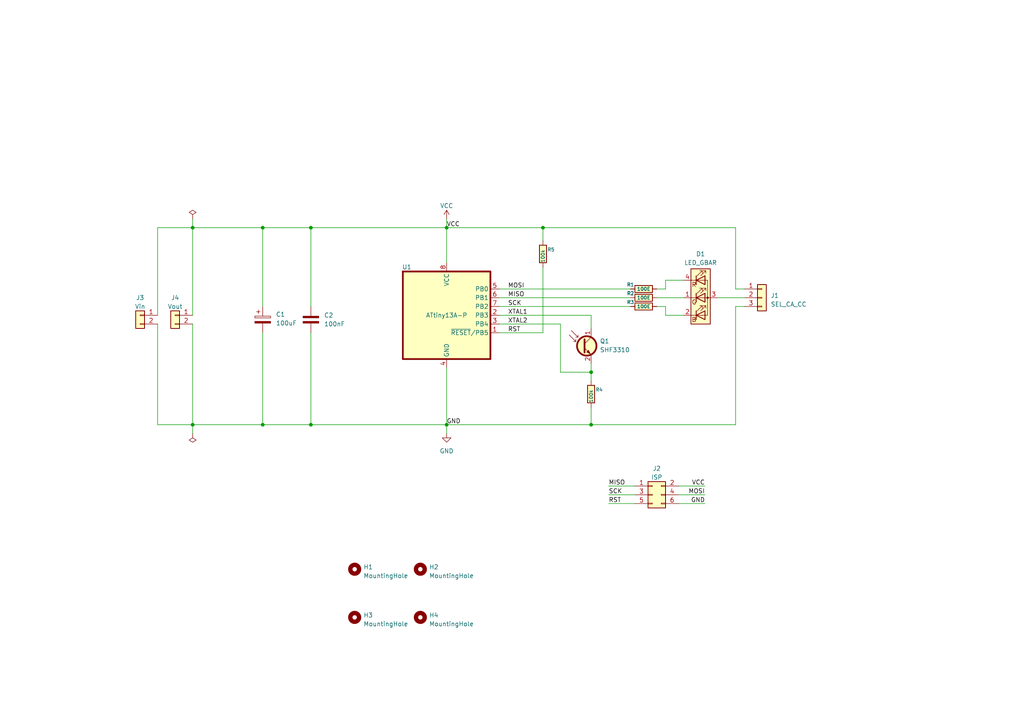
<source format=kicad_sch>
(kicad_sch (version 20230121) (generator eeschema)
  (paper "A4")
  (title_block (title "FireFly") (date "2023-04-15") (rev "v1") (company "Maker's Asylum"))
  (lib_symbols
    (symbol "Mechanical:MountingHole" (pin_names (offset 1.016))
      (property "Reference" "H" (at 0 5.08 0))
      (property "Value" "MountingHole" (at 0 3.175 0))
      (symbol "MountingHole_0_1"
        (circle (center 0 0) (radius 1.27) (stroke (width 1.27)))
      )
    )
    (symbol "firefly:ATtiny13A-P"
      (property "Reference" "U" (at -12.7 13.97 0))
      (property "Value" "ATtiny13A-P" (at 0 0 0))
      (symbol "ATtiny13A-P_1_1"
        (rectangle (start -12.7 12.7) (end 12.7 -12.7) (stroke (width 0.508)) (fill (type background)))
        (pin bidirectional line (at 15.24 -5.08 180) (length 2.54) (name "~{RESET}/PB5") (number "1"))
        (pin bidirectional line (at 15.24 0 180) (length 2.54) (name "PB3") (number "2"))
        (pin bidirectional line (at 15.24 -2.54 180) (length 2.54) (name "PB4") (number "3"))
        (pin power_in line (at 0 -15.24 90) (length 2.54) (name "GND") (number "4"))
        (pin bidirectional line (at 15.24 7.62 180) (length 2.54) (name "PB0") (number "5"))
        (pin bidirectional line (at 15.24 5.08 180) (length 2.54) (name "PB1") (number "6"))
        (pin bidirectional line (at 15.24 2.54 180) (length 2.54) (name "PB2") (number "7"))
        (pin power_in line (at 0 15.24 270) (length 2.54) (name "VCC") (number "8"))
      )
    )
    (symbol "firefly:C" (pin_numbers hide) (pin_names (offset 0.254))
      (property "Reference" "C" (at 0.635 2.54 0))
      (property "Value" "C" (at 0.635 -2.54 0))
      (symbol "C_1_1"
        (rectangle (start -2.286 -0.508) (end 2.286 -1.016) (fill (type outline)))
        (rectangle (start -2.286 1.016) (end 2.286 0.508) (fill (type outline)))
        (pin passive line (at 0 3.81 270) (length 2.794) (name "~") (number "1"))
        (pin passive line (at 0 -3.81 90) (length 2.794) (name "~") (number "2"))
      )
    )
    (symbol "firefly:C_Polarized" (pin_numbers hide) (pin_names (offset 0.254))
      (property "Reference" "C" (at 0.635 2.54 0))
      (property "Value" "C_Polarized" (at 0.635 -2.54 0))
      (symbol "C_Polarized_0_1"
        (rectangle (start -2.286 0.508) (end 2.286 1.016))
        (polyline (pts (xy -1.778 2.286) (xy -0.762 2.286)))
        (polyline (pts (xy -1.27 2.794) (xy -1.27 1.778)))
        (rectangle (start 2.286 -0.508) (end -2.286 -1.016) (fill (type outline)))
      )
      (symbol "C_Polarized_1_1"
        (pin passive line (at 0 3.81 270) (length 2.794) (name "~") (number "1"))
        (pin passive line (at 0 -3.81 90) (length 2.794) (name "~") (number "2"))
      )
    )
    (symbol "firefly:Conn_01x02" (pin_names (offset 1.016) hide)
      (property "Reference" "J" (at 0 2.54 0))
      (property "Value" "Conn_01x02" (at 0 -5.08 0))
      (symbol "Conn_01x02_1_1"
        (rectangle (start -1.27 -2.413) (end 0 -2.667) (stroke (width 0.1524)))
        (rectangle (start -1.27 0.127) (end 0 -0.127) (stroke (width 0.1524)))
        (rectangle (start -1.27 1.27) (end 1.27 -3.81) (stroke (width 0.254)) (fill (type background)))
        (pin passive line (at -5.08 0 0) (length 3.81) (name "Pin_1") (number "1"))
        (pin passive line (at -5.08 -2.54 0) (length 3.81) (name "Pin_2") (number "2"))
      )
    )
    (symbol "firefly:Conn_01x03" (pin_names (offset 1.016) hide)
      (property "Reference" "J" (at 0 5.08 0))
      (property "Value" "Conn_01x03" (at 0 -5.08 0))
      (symbol "Conn_01x03_1_1"
        (rectangle (start -1.27 -2.413) (end 0 -2.667) (stroke (width 0.1524)))
        (rectangle (start -1.27 0.127) (end 0 -0.127) (stroke (width 0.1524)))
        (rectangle (start -1.27 2.667) (end 0 2.413) (stroke (width 0.1524)))
        (rectangle (start -1.27 3.81) (end 1.27 -3.81) (stroke (width 0.254)) (fill (type background)))
        (pin passive line (at -5.08 2.54 0) (length 3.81) (name "Pin_1") (number "1"))
        (pin passive line (at -5.08 0 0) (length 3.81) (name "Pin_2") (number "2"))
        (pin passive line (at -5.08 -2.54 0) (length 3.81) (name "Pin_3") (number "3"))
      )
    )
    (symbol "firefly:Conn_02x03_Odd_Even" (pin_names (offset 1.016) hide)
      (property "Reference" "J" (at 1.27 5.08 0))
      (property "Value" "Conn_02x03_Odd_Even" (at 1.27 -5.08 0))
      (symbol "Conn_02x03_Odd_Even_1_1"
        (rectangle (start -1.27 -2.413) (end 0 -2.667) (stroke (width 0.1524)))
        (rectangle (start -1.27 0.127) (end 0 -0.127) (stroke (width 0.1524)))
        (rectangle (start -1.27 2.667) (end 0 2.413) (stroke (width 0.1524)))
        (rectangle (start -1.27 3.81) (end 3.81 -3.81) (stroke (width 0.254)) (fill (type background)))
        (rectangle (start 3.81 -2.413) (end 2.54 -2.667) (stroke (width 0.1524)))
        (rectangle (start 3.81 0.127) (end 2.54 -0.127) (stroke (width 0.1524)))
        (rectangle (start 3.81 2.667) (end 2.54 2.413) (stroke (width 0.1524)))
        (pin passive line (at -5.08 2.54 0) (length 3.81) (name "Pin_1") (number "1"))
        (pin passive line (at 7.62 2.54 180) (length 3.81) (name "Pin_2") (number "2"))
        (pin passive line (at -5.08 0 0) (length 3.81) (name "Pin_3") (number "3"))
        (pin passive line (at 7.62 0 180) (length 3.81) (name "Pin_4") (number "4"))
        (pin passive line (at -5.08 -2.54 0) (length 3.81) (name "Pin_5") (number "5"))
        (pin passive line (at 7.62 -2.54 180) (length 3.81) (name "Pin_6") (number "6"))
      )
    )
    (symbol "firefly:LED_GBAR" (pin_names (offset 0) hide)
      (property "Reference" "D" (at 0 9.398 0))
      (property "Value" "LED_GBAR" (at 0 -8.89 0))
      (symbol "LED_GBAR_0_0"
        (text "B" (at -1.905 -6.35 0) (effects (font (size 1.27 1.27))))
        (text "G" (at -1.905 -1.27 0) (effects (font (size 1.27 1.27))))
        (text "R" (at -1.905 3.81 0) (effects (font (size 1.27 1.27))))
      )
      (symbol "LED_GBAR_0_1"
        (polyline (pts (xy -1.27 -5.08) (xy -2.54 -5.08)))
        (polyline (pts (xy -1.27 -5.08) (xy 1.27 -5.08)))
        (polyline (pts (xy -1.27 -3.81) (xy -1.27 -6.35)) (stroke (width 0.254)))
        (polyline (pts (xy -1.27 0) (xy -2.54 0)))
        (polyline (pts (xy -1.27 1.27) (xy -1.27 -1.27)) (stroke (width 0.254)))
        (polyline (pts (xy -1.27 5.08) (xy -2.54 5.08)))
        (polyline (pts (xy -1.27 5.08) (xy 1.27 5.08)))
        (polyline (pts (xy -1.27 6.35) (xy -1.27 3.81)) (stroke (width 0.254)))
        (polyline (pts (xy 1.27 0) (xy -1.27 0)))
        (polyline (pts (xy 1.27 0) (xy 2.54 0)))
        (polyline (pts (xy -1.27 1.27) (xy -1.27 -1.27) (xy -1.27 -1.27)))
        (polyline (pts (xy -1.27 6.35) (xy -1.27 3.81) (xy -1.27 3.81)))
        (polyline (pts (xy 1.27 -5.08) (xy 2.032 -5.08) (xy 2.032 5.08) (xy 1.27 5.08)))
        (polyline (pts (xy 1.27 -3.81) (xy 1.27 -6.35) (xy -1.27 -5.08) (xy 1.27 -3.81)) (stroke (width 0.254)))
        (polyline (pts (xy 1.27 1.27) (xy 1.27 -1.27) (xy -1.27 0) (xy 1.27 1.27)) (stroke (width 0.254)))
        (polyline (pts (xy 1.27 6.35) (xy 1.27 3.81) (xy -1.27 5.08) (xy 1.27 6.35)) (stroke (width 0.254)))
        (polyline (pts (xy -1.016 -3.81) (xy 0.508 -2.286) (xy -0.254 -2.286) (xy 0.508 -2.286) (xy 0.508 -3.048)))
        (polyline (pts (xy -1.016 1.27) (xy 0.508 2.794) (xy -0.254 2.794) (xy 0.508 2.794) (xy 0.508 2.032)))
        (polyline (pts (xy -1.016 6.35) (xy 0.508 7.874) (xy -0.254 7.874) (xy 0.508 7.874) (xy 0.508 7.112)))
        (polyline (pts (xy 0 -3.81) (xy 1.524 -2.286) (xy 0.762 -2.286) (xy 1.524 -2.286) (xy 1.524 -3.048)))
        (polyline (pts (xy 0 1.27) (xy 1.524 2.794) (xy 0.762 2.794) (xy 1.524 2.794) (xy 1.524 2.032)))
        (polyline (pts (xy 0 6.35) (xy 1.524 7.874) (xy 0.762 7.874) (xy 1.524 7.874) (xy 1.524 7.112)))
        (rectangle (start 1.27 -1.27) (end 1.27 1.27))
        (rectangle (start 1.27 1.27) (end 1.27 1.27))
        (rectangle (start 1.27 3.81) (end 1.27 6.35))
        (rectangle (start 1.27 6.35) (end 1.27 6.35))
        (circle (center 2.032 0) (radius 0.254) (fill (type outline)))
        (rectangle (start 2.794 8.382) (end -2.794 -7.62) (stroke (width 0.254)) (fill (type background)))
      )
      (symbol "LED_GBAR_1_1"
        (pin passive line (at -5.08 0 0) (length 2.54) (name "GK") (number "1"))
        (pin passive line (at -5.08 -5.08 0) (length 2.54) (name "BK") (number "2"))
        (pin passive line (at 5.08 0 180) (length 2.54) (name "A") (number "3"))
        (pin passive line (at -5.08 5.08 0) (length 2.54) (name "RK") (number "4"))
      )
    )
    (symbol "firefly:Q_Photo_NPN" (pin_names (offset 0) hide)
      (property "Reference" "Q" (at 5.08 1.27 0))
      (property "Value" "Q_Photo_NPN" (at 5.08 -1.27 0))
      (symbol "Q_Photo_NPN_0_1"
        (polyline (pts (xy -1.905 1.27) (xy -2.54 1.27)))
        (polyline (pts (xy -1.27 2.54) (xy -1.905 2.54)))
        (polyline (pts (xy 0.635 0.635) (xy 2.54 2.54)))
        (polyline (pts (xy -3.81 3.175) (xy -1.905 1.27) (xy -1.905 1.905)))
        (polyline (pts (xy -3.175 4.445) (xy -1.27 2.54) (xy -1.27 3.175)))
        (polyline (pts (xy 0.635 -0.635) (xy 2.54 -2.54) (xy 2.54 -2.54)))
        (polyline (pts (xy 0.635 1.905) (xy 0.635 -1.905) (xy 0.635 -1.905)) (stroke (width 0.508)))
        (polyline (pts (xy 1.27 -1.778) (xy 1.778 -1.27) (xy 2.286 -2.286) (xy 1.27 -1.778) (xy 1.27 -1.778)) (fill (type outline)))
      )
      (symbol "Q_Photo_NPN_1_1"
        (circle (center 1.27 0) (radius 2.8194) (stroke (width 0.508)) (fill (type background)))
        (pin passive line (at 2.54 5.08 270) (length 2.54) (name "C") (number "1"))
        (pin passive line (at 2.54 -5.08 90) (length 2.54) (name "E") (number "2"))
      )
    )
    (symbol "firefly:R" (pin_numbers hide) (pin_names (offset 0))
      (property "Reference" "R" (at 2.032 0 90))
      (property "Value" "R" (at 0 0 90))
      (symbol "R_1_1"
        (rectangle (start -1.016 2.54) (end 1.016 -2.54) (stroke (width 0.254)) (fill (type background)))
        (pin passive line (at 0 3.81 270) (length 1.27) (name "~") (number "1"))
        (pin passive line (at 0 -3.81 90) (length 1.27) (name "~") (number "2"))
      )
    )
    (symbol "power:GND" (power) (pin_names (offset 0))
      (property "Value" "GND" (at 0 -3.81 0))
      (symbol "GND_0_1"
        (polyline (pts (xy 0 0) (xy 0 -1.27) (xy 1.27 -1.27) (xy 0 -2.54) (xy -1.27 -1.27) (xy 0 -1.27)))
      )
      (symbol "GND_1_1"
        (pin power_in line (at 0 0 270) (length 0) hide (name "GND") (number "1"))
      )
    )
    (symbol "power:PWR_FLAG" (power) (pin_numbers hide) (pin_names (offset 0) hide)
      (property "Value" "PWR_FLAG" (at 0 3.81 0))
      (symbol "PWR_FLAG_0_0"
        (pin power_out line (at 0 0 90) (length 0) (name "pwr") (number "1"))
      )
      (symbol "PWR_FLAG_0_1"
        (polyline (pts (xy 0 0) (xy 0 1.27) (xy -1.016 1.905) (xy 0 2.54) (xy 1.016 1.905) (xy 0 1.27)))
      )
    )
    (symbol "power:VCC" (power) (pin_names (offset 0))
      (property "Value" "VCC" (at 0 3.81 0))
      (symbol "VCC_0_1"
        (polyline (pts (xy -0.762 1.27) (xy 0 2.54)))
        (polyline (pts (xy 0 0) (xy 0 2.54)))
        (polyline (pts (xy 0 2.54) (xy 0.762 1.27)))
      )
      (symbol "VCC_1_1"
        (pin power_in line (at 0 0 90) (length 0) hide (name "VCC") (number "1"))
      )
    )
  )
  (junction (at 90.17 66.04))
  (junction (at 171.45 123.19))
  (junction (at 129.54 123.19))
  (junction (at 76.2 123.19))
  (junction (at 55.88 123.19))
  (junction (at 90.17 123.19))
  (junction (at 129.54 66.04))
  (junction (at 76.2 66.04))
  (junction (at 55.88 66.04))
  (junction (at 157.48 66.04))
  (junction (at 171.45 107.95))
  (wire (pts (xy 129.54 123.19) (xy 129.54 125.73)))
  (wire (pts (xy 213.36 83.82) (xy 213.36 66.04)))
  (wire (pts (xy 190.5 83.82) (xy 193.04 83.82)))
  (wire (pts (xy 90.17 66.04) (xy 76.2 66.04)))
  (wire (pts (xy 176.53 140.97) (xy 184.15 140.97)))
  (wire (pts (xy 157.48 77.47) (xy 157.48 96.52)))
  (wire (pts (xy 55.88 123.19) (xy 55.88 125.73)))
  (wire (pts (xy 193.04 81.28) (xy 198.12 81.28)))
  (wire (pts (xy 129.54 66.04) (xy 90.17 66.04)))
  (wire (pts (xy 157.48 66.04) (xy 129.54 66.04)))
  (wire (pts (xy 213.36 88.9) (xy 215.9 88.9)))
  (wire (pts (xy 90.17 96.52) (xy 90.17 123.19)))
  (wire (pts (xy 190.5 88.9) (xy 193.04 88.9)))
  (wire (pts (xy 55.88 63.5) (xy 55.88 66.04)))
  (wire (pts (xy 129.54 66.04) (xy 129.54 76.2)))
  (wire (pts (xy 193.04 88.9) (xy 193.04 91.44)))
  (wire (pts (xy 213.36 66.04) (xy 157.48 66.04)))
  (wire (pts (xy 171.45 123.19) (xy 213.36 123.19)))
  (wire (pts (xy 196.85 143.51) (xy 204.47 143.51)))
  (wire (pts (xy 90.17 66.04) (xy 90.17 88.9)))
  (wire (pts (xy 171.45 91.44) (xy 144.78 91.44)))
  (wire (pts (xy 76.2 123.19) (xy 55.88 123.19)))
  (wire (pts (xy 129.54 123.19) (xy 90.17 123.19)))
  (wire (pts (xy 144.78 88.9) (xy 182.88 88.9)))
  (wire (pts (xy 162.56 107.95) (xy 162.56 93.98)))
  (wire (pts (xy 129.54 63.5) (xy 129.54 66.04)))
  (wire (pts (xy 190.5 86.36) (xy 198.12 86.36)))
  (wire (pts (xy 55.88 93.98) (xy 55.88 123.19)))
  (wire (pts (xy 171.45 107.95) (xy 171.45 110.49)))
  (wire (pts (xy 213.36 123.19) (xy 213.36 88.9)))
  (wire (pts (xy 55.88 66.04) (xy 45.72 66.04)))
  (wire (pts (xy 171.45 105.41) (xy 171.45 107.95)))
  (wire (pts (xy 162.56 93.98) (xy 144.78 93.98)))
  (wire (pts (xy 171.45 107.95) (xy 162.56 107.95)))
  (wire (pts (xy 45.72 66.04) (xy 45.72 91.44)))
  (wire (pts (xy 171.45 118.11) (xy 171.45 123.19)))
  (wire (pts (xy 196.85 146.05) (xy 204.47 146.05)))
  (wire (pts (xy 76.2 96.52) (xy 76.2 123.19)))
  (wire (pts (xy 55.88 66.04) (xy 55.88 91.44)))
  (wire (pts (xy 55.88 123.19) (xy 45.72 123.19)))
  (wire (pts (xy 196.85 140.97) (xy 204.47 140.97)))
  (wire (pts (xy 215.9 83.82) (xy 213.36 83.82)))
  (wire (pts (xy 45.72 123.19) (xy 45.72 93.98)))
  (wire (pts (xy 129.54 106.68) (xy 129.54 123.19)))
  (wire (pts (xy 193.04 83.82) (xy 193.04 81.28)))
  (wire (pts (xy 157.48 96.52) (xy 144.78 96.52)))
  (wire (pts (xy 176.53 143.51) (xy 184.15 143.51)))
  (wire (pts (xy 157.48 66.04) (xy 157.48 69.85)))
  (wire (pts (xy 76.2 66.04) (xy 55.88 66.04)))
  (wire (pts (xy 144.78 86.36) (xy 182.88 86.36)))
  (wire (pts (xy 193.04 91.44) (xy 198.12 91.44)))
  (wire (pts (xy 144.78 83.82) (xy 182.88 83.82)))
  (wire (pts (xy 129.54 123.19) (xy 171.45 123.19)))
  (wire (pts (xy 76.2 66.04) (xy 76.2 88.9)))
  (wire (pts (xy 171.45 95.25) (xy 171.45 91.44)))
  (wire (pts (xy 90.17 123.19) (xy 76.2 123.19)))
  (wire (pts (xy 176.53 146.05) (xy 184.15 146.05)))
  (wire (pts (xy 208.28 86.36) (xy 215.9 86.36)))
  (label "MISO" (at 147.32 86.36 0))
  (label "MOSI" (at 147.32 83.82 0))
  (label "SCK" (at 147.32 88.9 0))
  (label "VCC" (at 129.54 66.04 0))
  (label "MISO" (at 176.53 140.97 0))
  (label "XTAL2" (at 147.32 93.98 0))
  (label "RST" (at 176.53 146.05 0))
  (label "GND" (at 129.54 123.19 0))
  (label "VCC" (at 204.47 140.97 180))
  (label "XTAL1" (at 147.32 91.44 0))
  (label "RST" (at 147.32 96.52 0))
  (label "MOSI" (at 204.47 143.51 180))
  (label "SCK" (at 176.53 143.51 0))
  (label "GND" (at 204.47 146.05 180))
  (symbol (lib_id "firefly:C_Polarized") (at 76.2 92.71 0) (unit 1)
    (property "Reference" "C1" (at 80.01 91.186 0) (effects (justify left)))
    (property "Value" "100uF" (at 80.01 93.726 0) (effects (justify left)))
    (property "Footprint" "firefly:CP_Radial_D6.3mm_P2.50mm" (effects hide))
  )
  (symbol (lib_id "firefly:Conn_01x02") (at 50.8 91.44 0) (mirror y) (unit 1)
    (property "Reference" "J4" (at 50.8 86.36 0))
    (property "Value" "Vout" (at 50.8 88.9 0))
    (property "Footprint" "firefly:PinHeader_1x02_P2.54mm_Vertical" (effects hide))
  )
  (symbol (lib_id "firefly:R") (at 157.48 73.66 0) (unit 1)
    (property "Reference" "R5" (at 158.75 72.39 0) (effects (font (size 1 1)) (justify left)))
    (property "Value" "100k" (at 157.48 76.2 90) (effects (font (size 1 1)) (justify left)))
    (property "Footprint" "firefly:R_Axial_DIN0204_L3.6mm_D1.6mm_P7.62mm_Horizontal" (effects hide))
  )
  (symbol (lib_id "firefly:C") (at 90.17 92.71 0) (unit 1)
    (property "Reference" "C2" (at 93.98 91.44 0) (effects (justify left)))
    (property "Value" "100nF" (at 93.98 93.98 0) (effects (justify left)))
    (property "Footprint" "firefly:C_Disc_D3.0mm_W2.0mm_P2.50mm" (effects hide))
  )
  (symbol (lib_id "Mechanical:MountingHole") (at 121.92 179.07 0) (unit 1)
    (property "Reference" "H4" (at 124.46 178.435 0) (effects (justify left)))
    (property "Value" "MountingHole" (at 124.46 180.975 0) (effects (justify left)))
    (property "Footprint" "firefly:MountingHole_3.2mm_M3_DIN965_Pad" (effects hide))
  )
  (symbol (lib_id "firefly:Conn_01x02") (at 40.64 91.44 0) (mirror y) (unit 1)
    (property "Reference" "J3" (at 40.64 86.36 0))
    (property "Value" "Vin" (at 40.64 88.9 0))
    (property "Footprint" "firefly:PinHeader_1x02_P2.54mm_Vertical" (effects hide))
  )
  (symbol (lib_id "firefly:R") (at 171.45 114.3 0) (unit 1)
    (property "Reference" "R4" (at 172.72 113.03 0) (effects (font (size 1 1)) (justify left)))
    (property "Value" "100k" (at 171.45 116.84 90) (effects (font (size 1 1)) (justify left)))
    (property "Footprint" "firefly:R_Axial_DIN0204_L3.6mm_D1.6mm_P7.62mm_Horizontal" (effects hide))
  )
  (symbol (lib_id "power:GND") (at 129.54 125.73 0) (unit 1)
    (property "Reference" "#PWR02" (effects hide))
    (property "Value" "GND" (at 129.54 130.81 0))
  )
  (symbol (lib_id "Mechanical:MountingHole") (at 102.87 165.1 0) (unit 1)
    (property "Reference" "H1" (at 105.41 164.465 0) (effects (justify left)))
    (property "Value" "MountingHole" (at 105.41 167.005 0) (effects (justify left)))
    (property "Footprint" "firefly:MountingHole_3.2mm_M3_DIN965_Pad" (effects hide))
  )
  (symbol (lib_id "firefly:LED_GBAR") (at 203.2 86.36 0) (unit 1)
    (property "Reference" "D1" (at 203.2 73.66 0))
    (property "Value" "LED_GBAR" (at 203.2 76.2 0))
    (property "Footprint" "firefly:LED_D5.0mm-4_RGB_square_Pins" (effects hide))
  )
  (symbol (lib_id "firefly:ATtiny13A-P") (at 129.54 91.44 0) (unit 1)
    (property "Reference" "U1" (at 119.38 77.47 0) (effects (justify right)))
    (property "Value" "ATtiny13A-P" (at 129.54 91.44 0))
    (property "Footprint" "firefly:DIP-8_W7.62mm_oval" (effects hide))
    (property "Datasheet" "http://ww1.microchip.com/downloads/en/DeviceDoc/doc8126.pdf" (effects hide))
  )
  (symbol (lib_id "power:PWR_FLAG") (at 55.88 125.73 180) (unit 1)
    (property "Reference" "#FLG02" (effects hide))
    (property "Value" "PWR_FLAG" (effects hide))
  )
  (symbol (lib_id "firefly:R") (at 186.69 86.36 90) (unit 1)
    (property "Reference" "R2" (at 182.88 85.09 90) (effects (font (size 1 1))))
    (property "Value" "100E" (at 186.69 86.36 90) (effects (font (size 1 1))))
    (property "Footprint" "firefly:R_Axial_DIN0204_L3.6mm_D1.6mm_P7.62mm_Horizontal" (effects hide))
  )
  (symbol (lib_id "firefly:Conn_02x03_Odd_Even") (at 189.23 143.51 0) (unit 1)
    (property "Reference" "J2" (at 190.5 135.89 0))
    (property "Value" "ISP" (at 190.5 138.43 0))
    (property "Footprint" "firefly:PinHeader_2x03_P2.54mm_Vertical" (effects hide))
  )
  (symbol (lib_id "Mechanical:MountingHole") (at 121.92 165.1 0) (unit 1)
    (property "Reference" "H2" (at 124.46 164.465 0) (effects (justify left)))
    (property "Value" "MountingHole" (at 124.46 167.005 0) (effects (justify left)))
    (property "Footprint" "firefly:MountingHole_3.2mm_M3_DIN965_Pad" (effects hide))
  )
  (symbol (lib_id "firefly:R") (at 186.69 83.82 90) (unit 1)
    (property "Reference" "R1" (at 182.88 82.55 90) (effects (font (size 1 1))))
    (property "Value" "100E" (at 186.69 83.82 90) (effects (font (size 1 1))))
    (property "Footprint" "firefly:R_Axial_DIN0204_L3.6mm_D1.6mm_P7.62mm_Horizontal" (effects hide))
  )
  (symbol (lib_id "power:VCC") (at 129.54 63.5 0) (unit 1)
    (property "Reference" "#PWR01" (effects hide))
    (property "Value" "VCC" (at 129.54 59.69 0))
  )
  (symbol (lib_id "power:PWR_FLAG") (at 55.88 63.5 0) (unit 1)
    (property "Reference" "#FLG01" (effects hide))
    (property "Value" "PWR_FLAG" (effects hide))
  )
  (symbol (lib_id "firefly:Q_Photo_NPN") (at 168.91 100.33 0) (unit 1)
    (property "Reference" "Q1" (at 173.99 98.9457 0) (effects (justify left)))
    (property "Value" "SHF3310" (at 173.99 101.4857 0) (effects (justify left)))
    (property "Footprint" "firefly:LED_D5.0mm" (effects hide))
  )
  (symbol (lib_id "firefly:Conn_01x03") (at 220.98 86.36 0) (unit 1)
    (property "Reference" "J1" (at 223.52 85.725 0) (effects (justify left)))
    (property "Value" "SEL_CA_CC" (at 223.52 88.265 0) (effects (justify left)))
    (property "Footprint" "firefly:PinHeader_1x03_P1.00mm_Vertical" (effects hide))
  )
  (symbol (lib_id "Mechanical:MountingHole") (at 102.87 179.07 0) (unit 1)
    (property "Reference" "H3" (at 105.41 178.435 0) (effects (justify left)))
    (property "Value" "MountingHole" (at 105.41 180.975 0) (effects (justify left)))
    (property "Footprint" "firefly:MountingHole_3.2mm_M3_DIN965_Pad" (effects hide))
  )
  (symbol (lib_id "firefly:R") (at 186.69 88.9 90) (unit 1)
    (property "Reference" "R3" (at 182.88 87.63 90) (effects (font (size 1 1))))
    (property "Value" "100E" (at 186.69 88.9 90) (effects (font (size 1 1))))
    (property "Footprint" "firefly:R_Axial_DIN0204_L3.6mm_D1.6mm_P7.62mm_Horizontal" (effects hide))
  )
)
</source>
